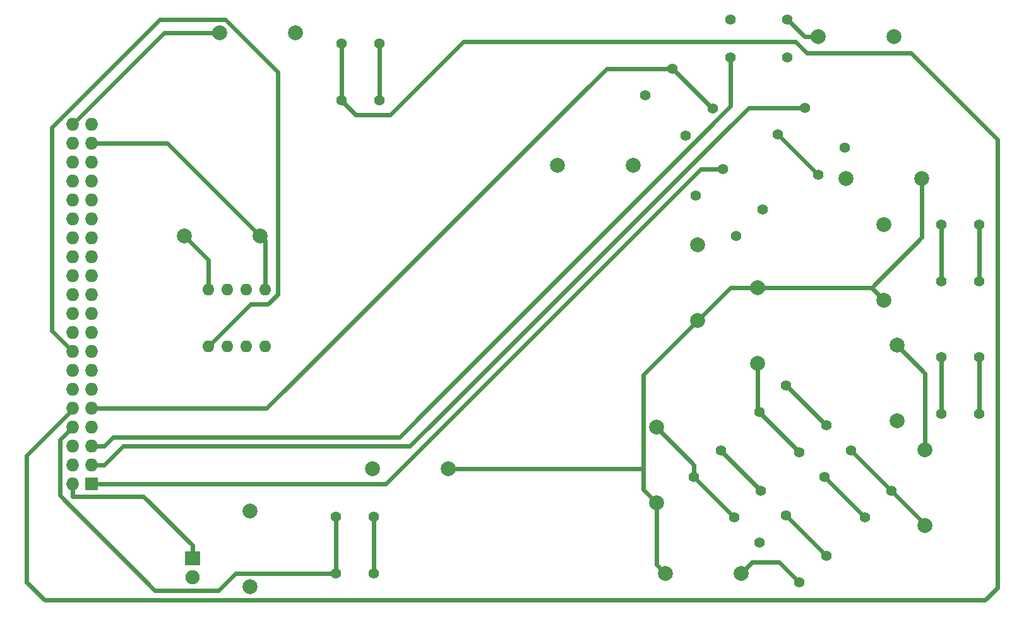
<source format=gbl>
G04 #@! TF.FileFunction,Copper,L2,Bot,Signal*
%FSLAX46Y46*%
G04 Gerber Fmt 4.6, Leading zero omitted, Abs format (unit mm)*
G04 Created by KiCad (PCBNEW (2015-12-28 BZR 6407, Git 3dff6c0)-product) date Sun 24 Jan 2016 05:08:26 PM EST*
%MOMM*%
G01*
G04 APERTURE LIST*
%ADD10C,0.100000*%
%ADD11R,2.000000X1.900000*%
%ADD12C,1.900000*%
%ADD13O,1.600000X1.600000*%
%ADD14R,1.727200X1.727200*%
%ADD15O,1.727200X1.727200*%
%ADD16C,1.998980*%
%ADD17C,1.397000*%
%ADD18C,0.600000*%
G04 APERTURE END LIST*
D10*
D11*
X38750000Y-88000000D03*
D12*
X38750000Y-90540000D03*
D13*
X48530000Y-59540000D03*
X45990000Y-59540000D03*
X43450000Y-59540000D03*
X40910000Y-59540000D03*
X40910000Y-51920000D03*
X43450000Y-51920000D03*
X45990000Y-51920000D03*
X48530000Y-51920000D03*
D14*
X25210000Y-78010000D03*
D15*
X22670000Y-78010000D03*
X25210000Y-75470000D03*
X22670000Y-75470000D03*
X25210000Y-72930000D03*
X22670000Y-72930000D03*
X25210000Y-70390000D03*
X22670000Y-70390000D03*
X25210000Y-67850000D03*
X22670000Y-67850000D03*
X25210000Y-65310000D03*
X22670000Y-65310000D03*
X25210000Y-62770000D03*
X22670000Y-62770000D03*
X25210000Y-60230000D03*
X22670000Y-60230000D03*
X25210000Y-57690000D03*
X22670000Y-57690000D03*
X25210000Y-55150000D03*
X22670000Y-55150000D03*
X25210000Y-52610000D03*
X22670000Y-52610000D03*
X25210000Y-50070000D03*
X22670000Y-50070000D03*
X25210000Y-47530000D03*
X22670000Y-47530000D03*
X25210000Y-44990000D03*
X22670000Y-44990000D03*
X25210000Y-42450000D03*
X22670000Y-42450000D03*
X25210000Y-39910000D03*
X22670000Y-39910000D03*
X25210000Y-37370000D03*
X22670000Y-37370000D03*
X25210000Y-34830000D03*
X22670000Y-34830000D03*
X25210000Y-32290000D03*
X22670000Y-32290000D03*
X25210000Y-29750000D03*
X22670000Y-29750000D03*
D16*
X132830000Y-18000000D03*
X122670000Y-18000000D03*
X133250000Y-59420000D03*
X133250000Y-69580000D03*
X101000000Y-80580000D03*
X101000000Y-70420000D03*
X126420000Y-37000000D03*
X136580000Y-37000000D03*
X131500000Y-43170000D03*
X131500000Y-53330000D03*
X137000000Y-83580000D03*
X137000000Y-73420000D03*
X106500000Y-45920000D03*
X106500000Y-56080000D03*
X62920000Y-76000000D03*
X73080000Y-76000000D03*
X112330000Y-90000000D03*
X102170000Y-90000000D03*
X97830000Y-35250000D03*
X87670000Y-35250000D03*
X52580000Y-17500000D03*
X42420000Y-17500000D03*
X114500000Y-61830000D03*
X114500000Y-51670000D03*
X46500000Y-81670000D03*
X46500000Y-91830000D03*
X47830000Y-44750000D03*
X37670000Y-44750000D03*
D17*
X106009872Y-77101974D03*
X109601974Y-73509872D03*
X111398026Y-82490128D03*
X114990128Y-78898026D03*
X132490128Y-78898026D03*
X128898026Y-82490128D03*
X127101974Y-73509872D03*
X123509872Y-77101974D03*
X114759872Y-85851974D03*
X118351974Y-82259872D03*
X120148026Y-91240128D03*
X123740128Y-87648026D03*
X114759872Y-68351974D03*
X118351974Y-64759872D03*
X120148026Y-73740128D03*
X123740128Y-70148026D03*
X118560000Y-15710000D03*
X118560000Y-20790000D03*
X110940000Y-15710000D03*
X110940000Y-20790000D03*
X139190000Y-60980000D03*
X144270000Y-60980000D03*
X139190000Y-68600000D03*
X144270000Y-68600000D03*
X117259872Y-31101974D03*
X120851974Y-27509872D03*
X122648026Y-36490128D03*
X126240128Y-32898026D03*
X139190000Y-43200000D03*
X144270000Y-43200000D03*
X139190000Y-50820000D03*
X144270000Y-50820000D03*
X106259872Y-39351974D03*
X109851974Y-35759872D03*
X111648026Y-44740128D03*
X115240128Y-41148026D03*
X63040000Y-82440000D03*
X57960000Y-82440000D03*
X63040000Y-90060000D03*
X57960000Y-90060000D03*
X99509872Y-25851974D03*
X103101974Y-22259872D03*
X104898026Y-31240128D03*
X108490128Y-27648026D03*
X63790000Y-18940000D03*
X58710000Y-18940000D03*
X63790000Y-26560000D03*
X58710000Y-26560000D03*
D18*
X32173800Y-79673700D02*
X38750000Y-86249900D01*
X22670000Y-79673700D02*
X32173800Y-79673700D01*
X22670000Y-78010000D02*
X22670000Y-79673700D01*
X38750000Y-88000000D02*
X38750000Y-86249900D01*
X19887600Y-57447600D02*
X22670000Y-60230000D01*
X19887600Y-30152700D02*
X19887600Y-57447600D01*
X34343000Y-15697300D02*
X19887600Y-30152700D01*
X43164700Y-15697300D02*
X34343000Y-15697300D01*
X50159000Y-22691600D02*
X43164700Y-15697300D01*
X50159000Y-52574200D02*
X50159000Y-22691600D01*
X48850600Y-53882600D02*
X50159000Y-52574200D01*
X46567400Y-53882600D02*
X48850600Y-53882600D01*
X40910000Y-59540000D02*
X46567400Y-53882600D01*
X40910000Y-47990000D02*
X40910000Y-51920000D01*
X37670000Y-44750000D02*
X40910000Y-47990000D01*
X48530000Y-45450000D02*
X47830000Y-44750000D01*
X48530000Y-51920000D02*
X48530000Y-45450000D01*
X35370000Y-32290000D02*
X47830000Y-44750000D01*
X25210000Y-32290000D02*
X35370000Y-32290000D01*
X64704600Y-78010000D02*
X25210000Y-78010000D01*
X106954700Y-35759900D02*
X64704600Y-78010000D01*
X109852000Y-35759900D02*
X106954700Y-35759900D01*
X25210000Y-75470000D02*
X26873700Y-75470000D01*
X29413600Y-72930100D02*
X26873700Y-75470000D01*
X67896600Y-72930100D02*
X29413600Y-72930100D01*
X113316800Y-27509900D02*
X67896600Y-72930100D01*
X120852000Y-27509900D02*
X113316800Y-27509900D01*
X144270000Y-50820000D02*
X144270000Y-43200000D01*
X28080900Y-71722800D02*
X26873700Y-72930000D01*
X66546300Y-71722800D02*
X28080900Y-71722800D01*
X110940000Y-27329100D02*
X66546300Y-71722800D01*
X110940000Y-20790000D02*
X110940000Y-27329100D01*
X25210000Y-72930000D02*
X26873700Y-72930000D01*
X144270000Y-68600000D02*
X144270000Y-60980000D01*
X20996200Y-72063800D02*
X22670000Y-70390000D01*
X20996200Y-79566000D02*
X20996200Y-72063800D01*
X33724600Y-92294400D02*
X20996200Y-79566000D01*
X42244700Y-92294400D02*
X33724600Y-92294400D01*
X44534900Y-90004200D02*
X42244700Y-92294400D01*
X57960000Y-90004200D02*
X44534900Y-90004200D01*
X57960000Y-90060000D02*
X57960000Y-90004200D01*
X57960000Y-90004200D02*
X57960000Y-82440000D01*
X108490100Y-27648000D02*
X103102000Y-22259900D01*
X25210000Y-67850000D02*
X26873700Y-67850000D01*
X48689900Y-67850000D02*
X26873700Y-67850000D01*
X94280000Y-22259900D02*
X48689900Y-67850000D01*
X103102000Y-22259900D02*
X94280000Y-22259900D01*
X22670000Y-67850000D02*
X22670000Y-68008000D01*
X22670000Y-68008000D02*
X16510000Y-74168000D01*
X60598000Y-28448000D02*
X58710000Y-26560000D01*
X65278000Y-28448000D02*
X60598000Y-28448000D01*
X75057000Y-18669000D02*
X65278000Y-28448000D01*
X119634000Y-18669000D02*
X75057000Y-18669000D01*
X121158000Y-20193000D02*
X119634000Y-18669000D01*
X135128000Y-20193000D02*
X121158000Y-20193000D01*
X146685000Y-31750000D02*
X135128000Y-20193000D01*
X146685000Y-91948000D02*
X146685000Y-31750000D01*
X145034000Y-93599000D02*
X146685000Y-91948000D01*
X18923000Y-93599000D02*
X145034000Y-93599000D01*
X16510000Y-91186000D02*
X18923000Y-93599000D01*
X16510000Y-74168000D02*
X16510000Y-91186000D01*
X58710000Y-26560000D02*
X58710000Y-18940000D01*
X114990100Y-78898000D02*
X109602000Y-73509900D01*
X101000000Y-88830000D02*
X101000000Y-80580000D01*
X102170000Y-90000000D02*
X101000000Y-88830000D01*
X34920000Y-17500000D02*
X22670000Y-29750000D01*
X42420000Y-17500000D02*
X34920000Y-17500000D01*
X137000000Y-63170000D02*
X137000000Y-73420000D01*
X133250000Y-59420000D02*
X137000000Y-63170000D01*
X136580000Y-44930000D02*
X136580000Y-37000000D01*
X129840000Y-51670000D02*
X136580000Y-44930000D01*
X114500000Y-51670000D02*
X129840000Y-51670000D01*
X129840000Y-51670000D02*
X131500000Y-53330000D01*
X110910000Y-51670000D02*
X106500000Y-56080000D01*
X114500000Y-51670000D02*
X110910000Y-51670000D01*
X99196600Y-76000000D02*
X73080000Y-76000000D01*
X99196600Y-63383400D02*
X99196600Y-76000000D01*
X106500000Y-56080000D02*
X99196600Y-63383400D01*
X99196600Y-78776600D02*
X101000000Y-80580000D01*
X99196600Y-76000000D02*
X99196600Y-78776600D01*
X123509900Y-77102000D02*
X128898000Y-82490100D01*
X123740100Y-87648000D02*
X118352000Y-82259900D01*
X123740100Y-70148000D02*
X118352000Y-64759900D01*
X120850000Y-18000000D02*
X122670000Y-18000000D01*
X118560000Y-15710000D02*
X120850000Y-18000000D01*
X139190000Y-60980000D02*
X139190000Y-68600000D01*
X111398000Y-82490100D02*
X106009900Y-77102000D01*
X106009900Y-75429900D02*
X106009900Y-77102000D01*
X101000000Y-70420000D02*
X106009900Y-75429900D01*
X117259900Y-31102000D02*
X122648000Y-36490100D01*
X139190000Y-50820000D02*
X139190000Y-43200000D01*
X127102000Y-73509900D02*
X132490100Y-78898000D01*
X137000000Y-83407900D02*
X137000000Y-83580000D01*
X132490100Y-78898000D02*
X137000000Y-83407900D01*
X63040000Y-90060000D02*
X63040000Y-82440000D01*
X117453900Y-88546000D02*
X114759900Y-88546000D01*
X120148000Y-91240100D02*
X117453900Y-88546000D01*
X113784000Y-88546000D02*
X112330000Y-90000000D01*
X114759900Y-88546000D02*
X113784000Y-88546000D01*
X63790000Y-26560000D02*
X63790000Y-18940000D01*
X120148000Y-73740100D02*
X114759900Y-68352000D01*
X114500000Y-68092100D02*
X114500000Y-61830000D01*
X114759900Y-68352000D02*
X114500000Y-68092100D01*
M02*

</source>
